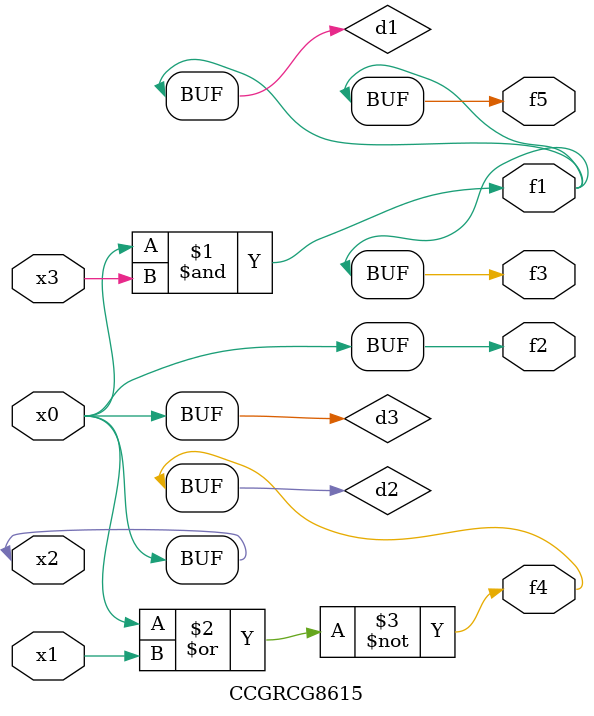
<source format=v>
module CCGRCG8615(
	input x0, x1, x2, x3,
	output f1, f2, f3, f4, f5
);

	wire d1, d2, d3;

	and (d1, x2, x3);
	nor (d2, x0, x1);
	buf (d3, x0, x2);
	assign f1 = d1;
	assign f2 = d3;
	assign f3 = d1;
	assign f4 = d2;
	assign f5 = d1;
endmodule

</source>
